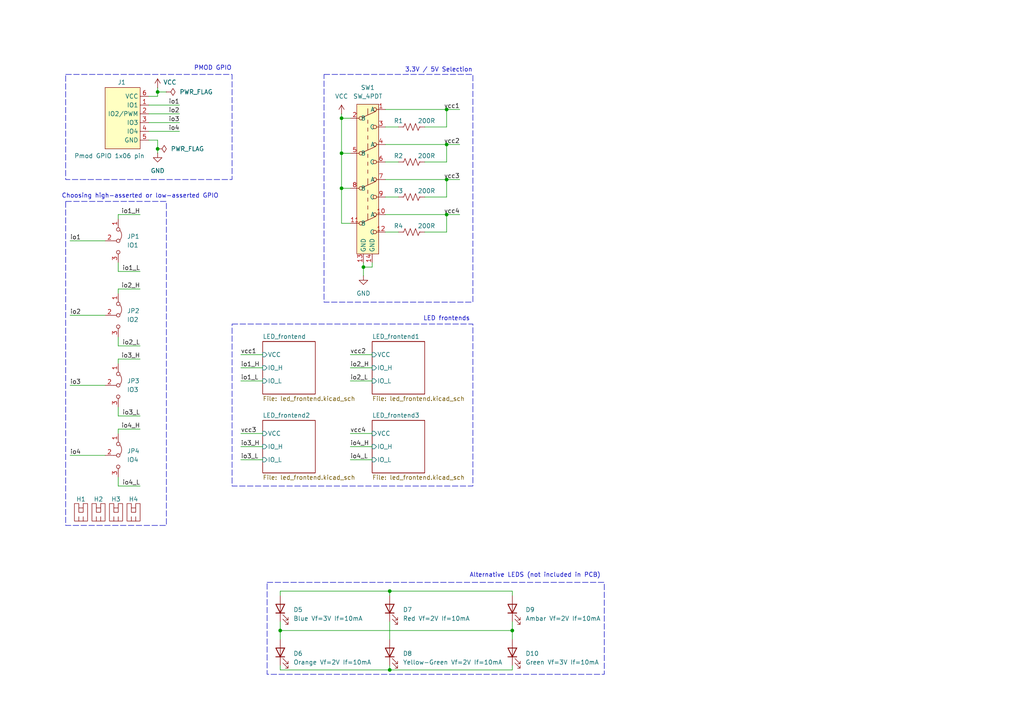
<source format=kicad_sch>
(kicad_sch (version 20250114) (generator "eeschema") (generator_version "9.0")
  (paper "A4")
  (lib_symbols
    (symbol "Device:R_US" (pin_numbers (hide yes)) (pin_names (offset 0))
      (property "Reference" "R" (at 2.54 0 90))
      (property "Value" "R_US" (at -2.54 0 90))
      (symbol "R_US_0_1"
        (polyline (pts (xy 0 2.286) (xy 0 2.54)))
        (polyline (pts (xy 0 2.286) (xy 1.016 1.905) (xy 0 1.524) (xy -1.016 1.143) (xy 0 0.762)))
        (polyline (pts (xy 0 0.762) (xy 1.016 0.381) (xy 0 0) (xy -1.016 -0.381) (xy 0 -0.762)))
        (polyline (pts (xy 0 -0.762) (xy 1.016 -1.143) (xy 0 -1.524) (xy -1.016 -1.905) (xy 0 -2.286)))
        (polyline (pts (xy 0 -2.286) (xy 0 -2.54)))
      )
      (symbol "R_US_1_1"
        (pin passive line (at 0 3.81 270) (length 1.27) (name "~") (number "1"))
        (pin passive line (at 0 -3.81 90) (length 1.27) (name "~") (number "2"))
      )
    )
    (symbol "cotti_connectors:Jumper_3_Bridged12" (pin_names (offset 0) (hide yes)) (in_bom no)
      (property "Reference" "JP" (at 0 5.08 0))
      (property "Value" "Jumper_3_Bridged12" (at 0 2.794 0))
      (symbol "Jumper_3_Bridged12_0_0"
        (circle (center -3.302 0) (radius 0.508))
        (circle (center 0 0) (radius 0.508))
        (circle (center 3.302 0) (radius 0.508))
      )
      (symbol "Jumper_3_Bridged12_0_1"
        (arc (start -3.048 0.508) (mid -1.651 0.9912) (end -0.254 0.508))
        (polyline (pts (xy 0 -1.27) (xy 0 -0.508)))
      )
      (symbol "Jumper_3_Bridged12_1_1"
        (pin passive line (at -6.35 0 0) (length 2.54) (name "A") (number "1"))
        (pin passive line (at 0 -3.81 90) (length 2.54) (name "C") (number "2"))
        (pin passive line (at 6.35 0 180) (length 2.54) (name "B") (number "3"))
      )
    )
    (symbol "cotti_connectors:Jumper_shunt_open_top" (on_board no)
      (property "Reference" "H" (at 0.508 3.81 0))
      (symbol "Jumper_shunt_open_top_0_1"
        (polyline (pts (xy -1.27 2.54) (xy -1.27 -2.54) (xy 2.54 -2.54) (xy 2.54 2.54) (xy 1.27 2.54) (xy 1.27 0) (xy 0 0) (xy 0 2.54) (xy -1.27 2.54)))
        (polyline (pts (xy 0 1.27) (xy 1.27 1.27)))
        (polyline (pts (xy 0 -2.54) (xy 0 -1.27)))
        (polyline (pts (xy 1.27 -2.54) (xy 1.27 -1.27)))
      )
    )
    (symbol "cotti_leds:LED_Ambar_SMD" (pin_numbers (hide yes)) (pin_names (offset 1.016) (hide yes))
      (property "Reference" "D" (at 0 2.54 0))
      (property "Value" "Ambar Vf=2V If=10mA" (at 0.508 5.08 0))
      (symbol "LED_Ambar_SMD_0_1"
        (polyline (pts (xy -3.048 -0.762) (xy -4.572 -2.286) (xy -3.81 -2.286) (xy -4.572 -2.286) (xy -4.572 -1.524)))
        (polyline (pts (xy -1.778 -0.762) (xy -3.302 -2.286) (xy -2.54 -2.286) (xy -3.302 -2.286) (xy -3.302 -1.524)))
        (polyline (pts (xy -1.27 0) (xy 1.27 0)))
        (polyline (pts (xy -1.27 -1.27) (xy -1.27 1.27)) (stroke (width 0.254)))
        (polyline (pts (xy 1.27 -1.27) (xy 1.27 1.27) (xy -1.27 0) (xy 1.27 -1.27)) (stroke (width 0.254)))
      )
      (symbol "LED_Ambar_SMD_1_1"
        (pin passive line (at -3.81 0 0) (length 2.54) (name "K") (number "1"))
        (pin passive line (at 3.81 0 180) (length 2.54) (name "A") (number "2"))
      )
    )
    (symbol "cotti_leds:LED_Blue_SMD" (pin_numbers (hide yes)) (pin_names (offset 1.016) (hide yes))
      (property "Reference" "D" (at 0 2.54 0))
      (property "Value" "Blue Vf=3V If=10mA" (at 0.508 5.08 0))
      (symbol "LED_Blue_SMD_0_1"
        (polyline (pts (xy -3.048 -0.762) (xy -4.572 -2.286) (xy -3.81 -2.286) (xy -4.572 -2.286) (xy -4.572 -1.524)))
        (polyline (pts (xy -1.778 -0.762) (xy -3.302 -2.286) (xy -2.54 -2.286) (xy -3.302 -2.286) (xy -3.302 -1.524)))
        (polyline (pts (xy -1.27 0) (xy 1.27 0)))
        (polyline (pts (xy -1.27 -1.27) (xy -1.27 1.27)) (stroke (width 0.254)))
        (polyline (pts (xy 1.27 -1.27) (xy 1.27 1.27) (xy -1.27 0) (xy 1.27 -1.27)) (stroke (width 0.254)))
      )
      (symbol "LED_Blue_SMD_1_1"
        (pin passive line (at -3.81 0 0) (length 2.54) (name "K") (number "1"))
        (pin passive line (at 3.81 0 180) (length 2.54) (name "A") (number "2"))
      )
    )
    (symbol "cotti_leds:LED_Green_SMD" (pin_numbers (hide yes)) (pin_names (offset 1.016) (hide yes))
      (property "Reference" "D" (at 0 2.54 0))
      (property "Value" "Green Vf=3V If=10mA" (at 0.508 5.08 0))
      (symbol "LED_Green_SMD_0_1"
        (polyline (pts (xy -3.048 -0.762) (xy -4.572 -2.286) (xy -3.81 -2.286) (xy -4.572 -2.286) (xy -4.572 -1.524)))
        (polyline (pts (xy -1.778 -0.762) (xy -3.302 -2.286) (xy -2.54 -2.286) (xy -3.302 -2.286) (xy -3.302 -1.524)))
        (polyline (pts (xy -1.27 0) (xy 1.27 0)))
        (polyline (pts (xy -1.27 -1.27) (xy -1.27 1.27)) (stroke (width 0.254)))
        (polyline (pts (xy 1.27 -1.27) (xy 1.27 1.27) (xy -1.27 0) (xy 1.27 -1.27)) (stroke (width 0.254)))
      )
      (symbol "LED_Green_SMD_1_1"
        (pin passive line (at -3.81 0 0) (length 2.54) (name "K") (number "1"))
        (pin passive line (at 3.81 0 180) (length 2.54) (name "A") (number "2"))
      )
    )
    (symbol "cotti_leds:LED_Orange_SMD" (pin_numbers (hide yes)) (pin_names (offset 1.016) (hide yes))
      (property "Reference" "D" (at 0 2.54 0))
      (property "Value" "Orange Vf=2V If=10mA" (at 0.508 5.08 0))
      (symbol "LED_Orange_SMD_0_1"
        (polyline (pts (xy -3.048 -0.762) (xy -4.572 -2.286) (xy -3.81 -2.286) (xy -4.572 -2.286) (xy -4.572 -1.524)))
        (polyline (pts (xy -1.778 -0.762) (xy -3.302 -2.286) (xy -2.54 -2.286) (xy -3.302 -2.286) (xy -3.302 -1.524)))
        (polyline (pts (xy -1.27 0) (xy 1.27 0)))
        (polyline (pts (xy -1.27 -1.27) (xy -1.27 1.27)) (stroke (width 0.254)))
        (polyline (pts (xy 1.27 -1.27) (xy 1.27 1.27) (xy -1.27 0) (xy 1.27 -1.27)) (stroke (width 0.254)))
      )
      (symbol "LED_Orange_SMD_1_1"
        (pin passive line (at -3.81 0 0) (length 2.54) (name "K") (number "1"))
        (pin passive line (at 3.81 0 180) (length 2.54) (name "A") (number "2"))
      )
    )
    (symbol "cotti_leds:LED_Red_SMD" (pin_numbers (hide yes)) (pin_names (offset 1.016) (hide yes))
      (property "Reference" "D" (at 0 2.54 0))
      (property "Value" "Red Vf=2V If=10mA" (at 0.508 5.08 0))
      (symbol "LED_Red_SMD_0_1"
        (polyline (pts (xy -3.048 -0.762) (xy -4.572 -2.286) (xy -3.81 -2.286) (xy -4.572 -2.286) (xy -4.572 -1.524)))
        (polyline (pts (xy -1.778 -0.762) (xy -3.302 -2.286) (xy -2.54 -2.286) (xy -3.302 -2.286) (xy -3.302 -1.524)))
        (polyline (pts (xy -1.27 0) (xy 1.27 0)))
        (polyline (pts (xy -1.27 -1.27) (xy -1.27 1.27)) (stroke (width 0.254)))
        (polyline (pts (xy 1.27 -1.27) (xy 1.27 1.27) (xy -1.27 0) (xy 1.27 -1.27)) (stroke (width 0.254)))
      )
      (symbol "LED_Red_SMD_1_1"
        (pin passive line (at -3.81 0 0) (length 2.54) (name "K") (number "1"))
        (pin passive line (at 3.81 0 180) (length 2.54) (name "A") (number "2"))
      )
    )
    (symbol "cotti_leds:LED_Yellow_Green_SMD" (pin_numbers (hide yes)) (pin_names (offset 1.016) (hide yes))
      (property "Reference" "D" (at 0 2.54 0))
      (property "Value" "Yellow-Green Vf=2V If=10mA" (at 0.508 5.08 0))
      (symbol "LED_Yellow_Green_SMD_0_1"
        (polyline (pts (xy -3.048 -0.762) (xy -4.572 -2.286) (xy -3.81 -2.286) (xy -4.572 -2.286) (xy -4.572 -1.524)))
        (polyline (pts (xy -1.778 -0.762) (xy -3.302 -2.286) (xy -2.54 -2.286) (xy -3.302 -2.286) (xy -3.302 -1.524)))
        (polyline (pts (xy -1.27 0) (xy 1.27 0)))
        (polyline (pts (xy -1.27 -1.27) (xy -1.27 1.27)) (stroke (width 0.254)))
        (polyline (pts (xy 1.27 -1.27) (xy 1.27 1.27) (xy -1.27 0) (xy 1.27 -1.27)) (stroke (width 0.254)))
      )
      (symbol "LED_Yellow_Green_SMD_1_1"
        (pin passive line (at -3.81 0 0) (length 2.54) (name "K") (number "1"))
        (pin passive line (at 3.81 0 180) (length 2.54) (name "A") (number "2"))
      )
    )
    (symbol "cotti_pmod:pmod_gpio_1x06_pin"
      (property "Reference" "J" (at 1.016 1.27 0))
      (property "Value" "Pmod GPIO 1x06 pin" (at 5.842 -19.558 0))
      (symbol "pmod_gpio_1x06_pin_1_1"
        (rectangle (start 0 0) (end 10.16 -17.78) (fill (type background)))
        (pin power_in line (at -2.54 -2.54 0) (length 2.54) (name "VCC") (number "6"))
        (pin bidirectional line (at -2.54 -5.08 0) (length 2.54) (name "IO1") (number "1"))
        (pin bidirectional line (at -2.54 -7.62 0) (length 2.54) (name "IO2/PWM") (number "2"))
        (pin bidirectional line (at -2.54 -10.16 0) (length 2.54) (name "IO3") (number "3"))
        (pin bidirectional line (at -2.54 -12.7 0) (length 2.54) (name "IO4") (number "4"))
        (pin power_in line (at -2.54 -15.24 0) (length 2.54) (name "GND") (number "5"))
      )
    )
    (symbol "cotti_switch:SW_4PDT"
      (property "Reference" "SW" (at -0.508 2.032 0))
      (property "Value" "SW_4PDT" (at 0 0 0))
      (symbol "SW_4PDT_0_0"
        (circle (center -2.032 -5.08) (radius 0.508))
        (circle (center -2.032 -15.24) (radius 0.508))
        (circle (center -2.032 -25.4) (radius 0.508))
        (circle (center -2.032 -35.56) (radius 0.508))
        (circle (center 2.032 -7.62) (radius 0.508))
        (circle (center 2.032 -17.78) (radius 0.508))
        (circle (center 2.032 -22.86) (radius 0.508))
        (circle (center 2.032 -27.94) (radius 0.508))
        (circle (center 2.032 -33.02) (radius 0.508))
        (circle (center 2.032 -38.1) (radius 0.508))
      )
      (symbol "SW_4PDT_0_1"
        (polyline (pts (xy -1.524 -4.826) (xy 2.3368 -3.0988)))
        (polyline (pts (xy -1.524 -14.986) (xy 2.3368 -13.2588)))
        (polyline (pts (xy -1.524 -25.146) (xy 2.3368 -23.4188)))
        (polyline (pts (xy -1.524 -35.306) (xy 2.3368 -33.5788)))
        (polyline (pts (xy 0 -2.286) (xy 0 -4.064)))
        (polyline (pts (xy 0 -6.604) (xy 0 -5.588)))
        (polyline (pts (xy 0 -8.89) (xy 0 -7.874)))
        (polyline (pts (xy 0 -11.176) (xy 0 -10.16)))
        (polyline (pts (xy 0 -12.446) (xy 0 -14.224)))
        (polyline (pts (xy 0 -16.51) (xy 0 -15.494)))
        (polyline (pts (xy 0 -18.796) (xy 0 -17.78)))
        (polyline (pts (xy 0 -21.082) (xy 0 -20.066)))
        (polyline (pts (xy 0 -22.606) (xy 0 -24.384)))
        (polyline (pts (xy 0 -26.924) (xy 0 -25.908)))
        (polyline (pts (xy 0 -29.21) (xy 0 -28.194)))
        (polyline (pts (xy 0 -31.496) (xy 0 -30.48)))
        (polyline (pts (xy 0 -32.766) (xy 0 -34.544)))
        (circle (center 2.032 -2.54) (radius 0.508))
        (circle (center 2.032 -12.7) (radius 0.508))
      )
      (symbol "SW_4PDT_1_1"
        (rectangle (start -3.175 -1.016) (end 3.175 -44.45) (fill (type background)))
        (pin passive line (at -5.08 -5.08 0) (length 2.54) (name "B") (number "2"))
        (pin passive line (at -5.08 -15.24 0) (length 2.54) (name "B") (number "5"))
        (pin passive line (at -5.08 -25.4 0) (length 2.54) (name "B") (number "8"))
        (pin passive line (at -5.08 -35.56 0) (length 2.54) (name "B") (number "11"))
        (pin power_in line (at -1.27 -46.99 90) (length 2.54) (name "GND") (number "13"))
        (pin power_in line (at 1.27 -46.99 90) (length 2.54) (name "GND") (number "14"))
        (pin passive line (at 5.08 -2.54 180) (length 2.54) (name "A") (number "1"))
        (pin passive line (at 5.08 -7.62 180) (length 2.54) (name "C") (number "3"))
        (pin passive line (at 5.08 -12.7 180) (length 2.54) (name "A") (number "4"))
        (pin passive line (at 5.08 -17.78 180) (length 2.54) (name "C") (number "6"))
        (pin passive line (at 5.08 -22.86 180) (length 2.54) (name "A") (number "7"))
        (pin passive line (at 5.08 -27.94 180) (length 2.54) (name "C") (number "9"))
        (pin passive line (at 5.08 -33.02 180) (length 2.54) (name "A") (number "10"))
        (pin passive line (at 5.08 -38.1 180) (length 2.54) (name "C") (number "12"))
      )
    )
    (symbol "power:GND" (power) (pin_numbers (hide yes)) (pin_names (offset 0) (hide yes))
      (property "Value" "GND" (at 0 -3.81 0))
      (symbol "GND_0_1"
        (polyline (pts (xy 0 0) (xy 0 -1.27) (xy 1.27 -1.27) (xy 0 -2.54) (xy -1.27 -1.27) (xy 0 -1.27)))
      )
      (symbol "GND_1_1"
        (pin power_in line (at 0 0 270) (length 0) (name "~") (number "1"))
      )
    )
    (symbol "power:PWR_FLAG" (power) (pin_numbers (hide yes)) (pin_names (offset 0) (hide yes))
      (property "Value" "PWR_FLAG" (at 0 3.81 0))
      (symbol "PWR_FLAG_0_0"
        (pin power_out line (at 0 0 90) (length 0) (name "~") (number "1"))
      )
      (symbol "PWR_FLAG_0_1"
        (polyline (pts (xy 0 0) (xy 0 1.27) (xy -1.016 1.905) (xy 0 2.54) (xy 1.016 1.905) (xy 0 1.27)))
      )
    )
    (symbol "power:VCC" (power) (pin_numbers (hide yes)) (pin_names (offset 0) (hide yes))
      (property "Value" "VCC" (at 0 3.556 0))
      (symbol "VCC_0_1"
        (polyline (pts (xy -0.762 1.27) (xy 0 2.54)))
        (polyline (pts (xy 0 2.54) (xy 0.762 1.27)))
        (polyline (pts (xy 0 0) (xy 0 2.54)))
      )
      (symbol "VCC_1_1"
        (pin power_in line (at 0 0 90) (length 0) (name "~") (number "1"))
      )
    )
  )
  (rectangle (start 67.31 93.98) (end 137.16 140.97) (stroke (width 0) (type dash)))
  (rectangle (start 19.05 58.42) (end 48.26 152.4) (stroke (width 0) (type dash)))
  (rectangle (start 19.05 21.59) (end 67.31 52.07) (stroke (width 0) (type dash)))
  (rectangle (start 93.98 21.59) (end 137.16 87.63) (stroke (width 0) (type dash)))
  (rectangle (start 77.47 168.91) (end 175.26 195.58) (stroke (width 0) (type dash)))
  (text "Alternative LEDS (not included in PCB)" (at 155.194 166.878 0) (effects (font (size 1.27 1.27))))
  (text "Choosing high-asserted or low-asserted GPIO" (at 40.64 56.896 0) (effects (font (size 1.27 1.27))))
  (text "LED frontends" (at 129.54 92.456 0) (effects (font (size 1.27 1.27))))
  (text "3.3V / 5V Selection" (at 127.254 20.32 0) (effects (font (size 1.27 1.27))))
  (text "PMOD GPIO" (at 61.722 19.812 0) (effects (font (size 1.27 1.27))))
  (junction (at 45.72 26.67))
  (junction (at 99.06 34.29))
  (junction (at 105.41 77.47))
  (junction (at 99.06 54.61))
  (junction (at 113.03 194.31))
  (junction (at 81.28 182.88))
  (junction (at 129.54 31.75))
  (junction (at 129.54 52.07))
  (junction (at 113.03 171.45))
  (junction (at 99.06 44.45))
  (junction (at 148.59 182.88))
  (junction (at 45.72 43.18))
  (junction (at 129.54 41.91))
  (junction (at 129.54 62.23))
  (wire (pts (xy 34.29 140.97) (xy 40.64 140.97)))
  (wire (pts (xy 123.19 57.15) (xy 129.54 57.15)))
  (wire (pts (xy 34.29 100.33) (xy 40.64 100.33)))
  (wire (pts (xy 34.29 105.41) (xy 34.29 104.14)))
  (wire (pts (xy 34.29 118.11) (xy 34.29 120.65)))
  (wire (pts (xy 105.41 76.2) (xy 105.41 77.47)))
  (wire (pts (xy 20.32 91.44) (xy 30.48 91.44)))
  (wire (pts (xy 34.29 97.79) (xy 34.29 100.33)))
  (wire (pts (xy 129.54 62.23) (xy 133.35 62.23)))
  (wire (pts (xy 34.29 62.23) (xy 40.64 62.23)))
  (wire (pts (xy 81.28 172.72) (xy 81.28 171.45)))
  (wire (pts (xy 101.6 133.35) (xy 107.95 133.35)))
  (wire (pts (xy 34.29 83.82) (xy 40.64 83.82)))
  (wire (pts (xy 20.32 132.08) (xy 30.48 132.08)))
  (wire (pts (xy 81.28 182.88) (xy 148.59 182.88)))
  (wire (pts (xy 101.6 129.54) (xy 107.95 129.54)))
  (wire (pts (xy 34.29 76.2) (xy 34.29 78.74)))
  (wire (pts (xy 111.76 36.83) (xy 115.57 36.83)))
  (wire (pts (xy 123.19 46.99) (xy 129.54 46.99)))
  (wire (pts (xy 34.29 63.5) (xy 34.29 62.23)))
  (wire (pts (xy 129.54 67.31) (xy 129.54 62.23)))
  (wire (pts (xy 99.06 44.45) (xy 101.6 44.45)))
  (wire (pts (xy 43.18 38.1) (xy 52.07 38.1)))
  (wire (pts (xy 111.76 57.15) (xy 115.57 57.15)))
  (wire (pts (xy 113.03 171.45) (xy 148.59 171.45)))
  (wire (pts (xy 69.85 106.68) (xy 76.2 106.68)))
  (wire (pts (xy 81.28 193.04) (xy 81.28 194.31)))
  (wire (pts (xy 111.76 62.23) (xy 129.54 62.23)))
  (wire (pts (xy 99.06 44.45) (xy 99.06 34.29)))
  (wire (pts (xy 111.76 31.75) (xy 129.54 31.75)))
  (wire (pts (xy 101.6 102.87) (xy 107.95 102.87)))
  (wire (pts (xy 148.59 180.34) (xy 148.59 182.88)))
  (wire (pts (xy 111.76 46.99) (xy 115.57 46.99)))
  (wire (pts (xy 69.85 129.54) (xy 76.2 129.54)))
  (wire (pts (xy 43.18 27.94) (xy 45.72 27.94)))
  (wire (pts (xy 129.54 46.99) (xy 129.54 41.91)))
  (wire (pts (xy 34.29 124.46) (xy 40.64 124.46)))
  (wire (pts (xy 99.06 54.61) (xy 99.06 64.77)))
  (wire (pts (xy 148.59 171.45) (xy 148.59 172.72)))
  (wire (pts (xy 45.72 40.64) (xy 45.72 43.18)))
  (wire (pts (xy 113.03 171.45) (xy 113.03 172.72)))
  (wire (pts (xy 45.72 43.18) (xy 45.72 44.45)))
  (wire (pts (xy 99.06 33.02) (xy 99.06 34.29)))
  (wire (pts (xy 34.29 78.74) (xy 40.64 78.74)))
  (wire (pts (xy 45.72 25.4) (xy 45.72 26.67)))
  (wire (pts (xy 69.85 102.87) (xy 76.2 102.87)))
  (wire (pts (xy 111.76 67.31) (xy 115.57 67.31)))
  (wire (pts (xy 34.29 125.73) (xy 34.29 124.46)))
  (wire (pts (xy 123.19 67.31) (xy 129.54 67.31)))
  (wire (pts (xy 148.59 182.88) (xy 148.59 185.42)))
  (wire (pts (xy 105.41 77.47) (xy 107.95 77.47)))
  (wire (pts (xy 129.54 52.07) (xy 133.35 52.07)))
  (wire (pts (xy 129.54 31.75) (xy 133.35 31.75)))
  (wire (pts (xy 148.59 193.04) (xy 148.59 194.31)))
  (wire (pts (xy 111.76 41.91) (xy 129.54 41.91)))
  (wire (pts (xy 113.03 194.31) (xy 81.28 194.31)))
  (wire (pts (xy 43.18 30.48) (xy 52.07 30.48)))
  (wire (pts (xy 34.29 85.09) (xy 34.29 83.82)))
  (wire (pts (xy 43.18 35.56) (xy 52.07 35.56)))
  (wire (pts (xy 99.06 64.77) (xy 101.6 64.77)))
  (wire (pts (xy 129.54 41.91) (xy 133.35 41.91)))
  (wire (pts (xy 113.03 180.34) (xy 113.03 185.42)))
  (wire (pts (xy 111.76 52.07) (xy 129.54 52.07)))
  (wire (pts (xy 69.85 133.35) (xy 76.2 133.35)))
  (wire (pts (xy 45.72 26.67) (xy 48.26 26.67)))
  (wire (pts (xy 81.28 180.34) (xy 81.28 182.88)))
  (wire (pts (xy 43.18 33.02) (xy 52.07 33.02)))
  (wire (pts (xy 113.03 194.31) (xy 148.59 194.31)))
  (wire (pts (xy 101.6 110.49) (xy 107.95 110.49)))
  (wire (pts (xy 99.06 34.29) (xy 101.6 34.29)))
  (wire (pts (xy 101.6 54.61) (xy 99.06 54.61)))
  (wire (pts (xy 34.29 120.65) (xy 40.64 120.65)))
  (wire (pts (xy 129.54 57.15) (xy 129.54 52.07)))
  (wire (pts (xy 101.6 125.73) (xy 107.95 125.73)))
  (wire (pts (xy 69.85 110.49) (xy 76.2 110.49)))
  (wire (pts (xy 129.54 36.83) (xy 129.54 31.75)))
  (wire (pts (xy 43.18 40.64) (xy 45.72 40.64)))
  (wire (pts (xy 45.72 26.67) (xy 45.72 27.94)))
  (wire (pts (xy 81.28 182.88) (xy 81.28 185.42)))
  (wire (pts (xy 69.85 125.73) (xy 76.2 125.73)))
  (wire (pts (xy 99.06 44.45) (xy 99.06 54.61)))
  (wire (pts (xy 20.32 111.76) (xy 30.48 111.76)))
  (wire (pts (xy 34.29 138.43) (xy 34.29 140.97)))
  (wire (pts (xy 107.95 76.2) (xy 107.95 77.47)))
  (wire (pts (xy 20.32 69.85) (xy 30.48 69.85)))
  (wire (pts (xy 101.6 106.68) (xy 107.95 106.68)))
  (wire (pts (xy 123.19 36.83) (xy 129.54 36.83)))
  (wire (pts (xy 34.29 104.14) (xy 40.64 104.14)))
  (wire (pts (xy 81.28 171.45) (xy 113.03 171.45)))
  (wire (pts (xy 105.41 80.01) (xy 105.41 77.47)))
  (wire (pts (xy 113.03 193.04) (xy 113.03 194.31)))
  (label "io2_H" (at 40.64 83.82 180))
  (label "io1_H" (at 40.64 62.23 180))
  (label "vcc4" (at 101.6 125.73 0))
  (label "io3_H" (at 69.85 129.54 0))
  (label "io1" (at 52.07 30.48 180))
  (label "io4" (at 20.32 132.08 0))
  (label "io1_L" (at 69.85 110.49 0))
  (label "io2_L" (at 101.6 110.49 0))
  (label "io4_L" (at 101.6 133.35 0))
  (label "io4" (at 52.07 38.1 180))
  (label "io2" (at 20.32 91.44 0))
  (label "vcc3" (at 69.85 125.73 0))
  (label "vcc4" (at 133.35 62.23 180))
  (label "io4_L" (at 40.64 140.97 180))
  (label "io2" (at 52.07 33.02 180))
  (label "io1_H" (at 69.85 106.68 0))
  (label "io4_H" (at 40.64 124.46 180))
  (label "io3_H" (at 40.64 104.14 180))
  (label "io4_H" (at 101.6 129.54 0))
  (label "io2_H" (at 101.6 106.68 0))
  (label "vcc1" (at 133.35 31.75 180))
  (label "vcc1" (at 69.85 102.87 0))
  (label "io2_L" (at 40.64 100.33 180))
  (label "io1" (at 20.32 69.85 0))
  (label "io1_L" (at 40.64 78.74 180))
  (label "io3_L" (at 40.64 120.65 180))
  (label "vcc2" (at 101.6 102.87 0))
  (label "vcc2" (at 133.35 41.91 180))
  (label "io3" (at 52.07 35.56 180))
  (label "io3" (at 20.32 111.76 0))
  (label "vcc3" (at 133.35 52.07 180))
  (label "io3_L" (at 69.85 133.35 0))
  (symbol (lib_id "cotti_leds:LED_Green_SMD") (at 148.59 189.23 90) (unit 1) (on_board no)
    (property "Reference" "D10" (at 152.4 189.5474 90) (effects (justify right)))
    (property "Value" "Green Vf=3V If=10mA" (at 152.4 192.0874 90) (effects (justify right)))
    (property "Footprint" "LED_SMD:LED_0603_1608Metric_Pad1.05x0.95mm_HandSolder" (effects (hide yes)))
    (property "Datasheet" "https://mm.digikey.com/Volume0/opasdata/d220001/medias/docus/3777/B1911PG--20D000514U1930.pdf" (effects (hide yes)))
    (property "Description" "Green 562nm LED Indication - Discrete 2V 0603 (1608 Metric)" (effects (hide yes)))
    (property "Digikey" "https://www.digikey.com/en/products/detail/harvatek-corporation/B1911PG-20D000514U1930/15519992" (effects (hide yes)))
    (property "Mfr." "Harvatek Corporation" (effects (hide yes)))
    (property "Mfr. P/N" "B1911PG--20D000514U1930" (effects (hide yes)))
  )
  (symbol (lib_id "power:GND") (at 45.72 44.45 0) (unit 1)
    (property "Reference" "#PWR02" (effects (hide yes)))
    (property "Value" "GND" (at 45.72 49.53 0))
    (property "Description" "Power symbol creates a global label with name \"GND\" , ground" (effects (hide yes)))
  )
  (symbol (lib_id "power:PWR_FLAG") (at 48.26 26.67 270) (unit 1)
    (property "Reference" "#FLG02" (effects (hide yes)))
    (property "Value" "PWR_FLAG" (at 52.07 26.6699 90) (effects (justify left)))
    (property "Description" "Special symbol for telling ERC where power comes from" (effects (hide yes)))
  )
  (symbol (lib_id "power:VCC") (at 99.06 33.02 0) (unit 1)
    (property "Reference" "#PWR03" (effects (hide yes)))
    (property "Value" "VCC" (at 99.06 27.94 0))
    (property "Description" "Power symbol creates a global label with name \"VCC\"" (effects (hide yes)))
  )
  (symbol (lib_id "cotti_connectors:Jumper_shunt_open_top") (at 33.02 148.59 0) (unit 1) (on_board no)
    (property "Reference" "H3" (at 32.258 144.78 0) (effects (justify left)))
    (property "Value" "Jmp shunt" (effects (hide yes)))
    (property "Footprint" "cotti_footprints:Empty_footprint" (effects (hide yes)))
    (property "Datasheet" "https://s3.amazonaws.com/catalogspreads-pdf/PAGE128-129%20.100%20JUMPER.pdf" (effects (hide yes)))
    (property "Description" "2 (1 x 2) Position Shunt Connector Black Open Top 0.100\" (2.54mm) Gold" (effects (hide yes)))
    (property "Digikey" "https://www.digikey.com/en/products/detail/sullins-connector-solutions/QPC02SXGN-RC/2618262" (effects (hide yes)))
    (property "Mfr." "Sullins Connector Solutions" (effects (hide yes)))
    (property "Mfr. P/N" "QPC02SXGN-RC" (effects (hide yes)))
  )
  (symbol (lib_id "cotti_connectors:Jumper_shunt_open_top") (at 22.86 148.59 0) (unit 1) (on_board no)
    (property "Reference" "H1" (at 22.098 144.78 0) (effects (justify left)))
    (property "Value" "Jmp shunt" (effects (hide yes)))
    (property "Footprint" "cotti_footprints:Empty_footprint" (effects (hide yes)))
    (property "Datasheet" "https://s3.amazonaws.com/catalogspreads-pdf/PAGE128-129%20.100%20JUMPER.pdf" (effects (hide yes)))
    (property "Description" "2 (1 x 2) Position Shunt Connector Black Open Top 0.100\" (2.54mm) Gold" (effects (hide yes)))
    (property "Digikey" "https://www.digikey.com/en/products/detail/sullins-connector-solutions/QPC02SXGN-RC/2618262" (effects (hide yes)))
    (property "Mfr." "Sullins Connector Solutions" (effects (hide yes)))
    (property "Mfr. P/N" "QPC02SXGN-RC" (effects (hide yes)))
  )
  (symbol (lib_id "cotti_leds:LED_Yellow_Green_SMD") (at 113.03 189.23 90) (unit 1) (on_board no)
    (property "Reference" "D8" (at 116.84 189.5474 90) (effects (justify right)))
    (property "Value" "Yellow-Green Vf=2V If=10mA" (at 116.84 192.0874 90) (effects (justify right)))
    (property "Footprint" "LED_SMD:LED_0603_1608Metric_Pad1.05x0.95mm_HandSolder" (effects (hide yes)))
    (property "Datasheet" "https://mm.digikey.com/Volume0/opasdata/d220001/medias/docus/3563/B1911UYG-20D000114U1930.pdf" (effects (hide yes)))
    (property "Description" "Yellow-Green 571nm LED Indication - Discrete 2.1V 0603 (1608 Metric)" (effects (hide yes)))
    (property "Digikey" "https://www.digikey.com/en/products/detail/harvatek-corporation/B1911UYG-20D000114U1930/15519990" (effects (hide yes)))
    (property "Mfr." "Harvatek Corporation" (effects (hide yes)))
    (property "Mfr. P/N" "B1911UYG-20D000114U1930" (effects (hide yes)))
  )
  (symbol (lib_id "cotti_switch:SW_4PDT") (at 106.68 29.21 0) (unit 1)
    (property "Reference" "SW1" (at 106.68 25.4 0))
    (property "Value" "SW_4PDT" (at 106.68 27.94 0))
    (property "Footprint" "cotti_footprints:SW_4PDT" (effects (hide yes)))
    (property "Datasheet" "https://www.citrelay.com/wp-content/uploads/2025/05/Switch-MS4208.pdf" (effects (hide yes)))
    (property "Description" "Slide Switch 4PDT Through Hole, Right Angle" (effects (hide yes)))
    (property "Digikey" "https://www.digikey.com/en/products/detail/cit-relay-and-switch/MS4208L4/21619475" (effects (hide yes)))
    (property "Mfr." "CIT Relay and Switch" (effects (hide yes)))
    (property "Mfr. P/N" "MS4208L4" (effects (hide yes)))
  )
  (symbol (lib_id "cotti_pmod:pmod_gpio_1x06_pin") (at 40.64 25.4 0) (mirror y) (unit 1)
    (property "Reference" "J1" (at 35.306 23.876 0))
    (property "Value" "Pmod GPIO 1x06 pin" (at 31.75 45.212 0))
    (property "Footprint" "cotti_footprints:Pmod_1x06_pin" (effects (hide yes)))
    (property "Datasheet" "https://app.adam-tech.com/products/download/data_sheet/201281/ph1rb-xx-ua-data-sheet.pdf" (effects (hide yes)))
    (property "Description" "Connector Header Through Hole, Right Angle 6 position 0.100\" (2.54mm)" (effects (hide yes)))
    (property "Digikey" "https://www.digikey.com/en/products/detail/adam-tech/PH1RB-06-UA/9830592" (effects (hide yes)))
    (property "Mfr." "Adam Tech" (effects (hide yes)))
    (property "Mfr. P/N" "PH1RB-06-UA" (effects (hide yes)))
  )
  (symbol (lib_id "cotti_connectors:Jumper_shunt_open_top") (at 38.1 148.59 0) (unit 1) (on_board no)
    (property "Reference" "H4" (at 37.338 144.78 0) (effects (justify left)))
    (property "Value" "Jmp shunt" (effects (hide yes)))
    (property "Footprint" "cotti_footprints:Empty_footprint" (effects (hide yes)))
    (property "Datasheet" "https://s3.amazonaws.com/catalogspreads-pdf/PAGE128-129%20.100%20JUMPER.pdf" (effects (hide yes)))
    (property "Description" "2 (1 x 2) Position Shunt Connector Black Open Top 0.100\" (2.54mm) Gold" (effects (hide yes)))
    (property "Digikey" "https://www.digikey.com/en/products/detail/sullins-connector-solutions/QPC02SXGN-RC/2618262" (effects (hide yes)))
    (property "Mfr." "Sullins Connector Solutions" (effects (hide yes)))
    (property "Mfr. P/N" "QPC02SXGN-RC" (effects (hide yes)))
  )
  (symbol (lib_id "cotti_connectors:Jumper_3_Bridged12") (at 34.29 91.44 270) (unit 1) (in_bom no)
    (property "Reference" "JP2" (at 36.83 90.1699 90) (effects (justify left)))
    (property "Value" "IO2" (at 36.83 92.7099 90) (effects (justify left)))
    (property "Footprint" "Connector_PinHeader_2.54mm:PinHeader_1x03_P2.54mm_Vertical" (effects (hide yes)))
    (property "Datasheet" "https://app.adam-tech.com/products/download/data_sheet/201605/ph1-xx-ua-data-sheet.pdf" (effects (hide yes)))
    (property "Description" "Jumper, 3-pole, pins 1+2 closed/bridged" (effects (hide yes)))
    (property "Digikey" "https://www.digikey.com/en/products/detail/adam-tech/PH1-03-UA/9830289" (effects (hide yes)))
    (property "Mfr." "Adam Tech" (effects (hide yes)))
    (property "Mfr. P/N" "PH1-03-UA" (effects (hide yes)))
  )
  (symbol (lib_id "power:GND") (at 105.41 80.01 0) (unit 1)
    (property "Reference" "#PWR04" (effects (hide yes)))
    (property "Value" "GND" (at 105.41 85.09 0))
    (property "Description" "Power symbol creates a global label with name \"GND\" , ground" (effects (hide yes)))
  )
  (symbol (lib_id "cotti_connectors:Jumper_3_Bridged12") (at 34.29 132.08 270) (unit 1) (in_bom no)
    (property "Reference" "JP4" (at 36.83 130.8099 90) (effects (justify left)))
    (property "Value" "IO4" (at 36.83 133.3499 90) (effects (justify left)))
    (property "Footprint" "Connector_PinHeader_2.54mm:PinHeader_1x03_P2.54mm_Vertical" (effects (hide yes)))
    (property "Datasheet" "https://app.adam-tech.com/products/download/data_sheet/201605/ph1-xx-ua-data-sheet.pdf" (effects (hide yes)))
    (property "Description" "Jumper, 3-pole, pins 1+2 closed/bridged" (effects (hide yes)))
    (property "Digikey" "https://www.digikey.com/en/products/detail/adam-tech/PH1-03-UA/9830289" (effects (hide yes)))
    (property "Mfr." "Adam Tech" (effects (hide yes)))
    (property "Mfr. P/N" "PH1-03-UA" (effects (hide yes)))
  )
  (symbol (lib_id "cotti_connectors:Jumper_shunt_open_top") (at 27.94 148.59 0) (unit 1) (on_board no)
    (property "Reference" "H2" (at 27.178 144.78 0) (effects (justify left)))
    (property "Value" "Jmp shunt" (effects (hide yes)))
    (property "Footprint" "cotti_footprints:Empty_footprint" (effects (hide yes)))
    (property "Datasheet" "https://s3.amazonaws.com/catalogspreads-pdf/PAGE128-129%20.100%20JUMPER.pdf" (effects (hide yes)))
    (property "Description" "2 (1 x 2) Position Shunt Connector Black Open Top 0.100\" (2.54mm) Gold" (effects (hide yes)))
    (property "Digikey" "https://www.digikey.com/en/products/detail/sullins-connector-solutions/QPC02SXGN-RC/2618262" (effects (hide yes)))
    (property "Mfr." "Sullins Connector Solutions" (effects (hide yes)))
    (property "Mfr. P/N" "QPC02SXGN-RC" (effects (hide yes)))
  )
  (symbol (lib_id "Device:R_US") (at 119.38 57.15 90) (unit 1)
    (property "Reference" "R3" (at 115.57 55.372 90))
    (property "Value" "200R" (at 123.698 55.372 90))
    (property "Footprint" "Resistor_SMD:R_0805_2012Metric_Pad1.20x1.40mm_HandSolder" (effects (hide yes)))
    (property "Datasheet" "https://www.seielect.com/catalog/SEI-RMCF_RMCP.pdf" (effects (hide yes)))
    (property "Description" "RES 200 OHM 5% 1/8W 0805" (effects (hide yes)))
    (property "Digikey" "https://www.digikey.com/en/products/detail/stackpole-electronics-inc/RMCF0805JT200R/1757898" (effects (hide yes)))
    (property "Mfr." "Stackpole Electronics Inc" (effects (hide yes)))
    (property "Mfr. P/N" "RMCF0805JT200R" (effects (hide yes)))
  )
  (symbol (lib_id "cotti_leds:LED_Blue_SMD") (at 81.28 176.53 90) (unit 1) (on_board no)
    (property "Reference" "D5" (at 85.09 176.8474 90) (effects (justify right)))
    (property "Value" "Blue Vf=3V If=10mA" (at 85.09 179.3874 90) (effects (justify right)))
    (property "Footprint" "LED_SMD:LED_0603_1608Metric_Pad1.05x0.95mm_HandSolder" (effects (hide yes)))
    (property "Datasheet" "https://mm.digikey.com/Volume0/opasdata/d220001/medias/docus/3663/B1911NB--20C005314U1930.pdf" (effects (hide yes)))
    (property "Description" "Blue 470nm LED Indication - Discrete 3.3V 0603 (1608 Metric)" (effects (hide yes)))
    (property "Digikey" "https://www.digikey.com/en/products/detail/harvatek-corporation/B1911NB-20C005314U1930/15520015" (effects (hide yes)))
    (property "Mfr." "Harvatek Corporation" (effects (hide yes)))
    (property "Mfr. P/N" "B1911NB--20C005314U1930" (effects (hide yes)))
  )
  (symbol (lib_id "cotti_leds:LED_Ambar_SMD") (at 148.59 176.53 90) (unit 1) (on_board no)
    (property "Reference" "D9" (at 152.4 176.8474 90) (effects (justify right)))
    (property "Value" "Ambar Vf=2V If=10mA" (at 152.4 179.3874 90) (effects (justify right)))
    (property "Footprint" "LED_SMD:LED_0603_1608Metric_Pad1.05x0.95mm_HandSolder" (effects (hide yes)))
    (property "Datasheet" "https://mm.digikey.com/Volume0/opasdata/d220001/medias/docus/3739/B1931UY--20D000114U1930.pdf" (effects (hide yes)))
    (property "Description" "Amber 589nm LED Indication - Discrete 2V 0603 (1608 Metric)" (effects (hide yes)))
    (property "Digikey" "https://www.digikey.com/en/products/detail/harvatek-corporation/B1931UY-20D000114U1930/15861261" (effects (hide yes)))
    (property "Mfr." "Harvatek Corporation" (effects (hide yes)))
    (property "Mfr. P/N" "B1931UY--20D000114U1930" (effects (hide yes)))
  )
  (symbol (lib_id "power:VCC") (at 45.72 25.4 0) (unit 1)
    (property "Reference" "#PWR01" (effects (hide yes)))
    (property "Value" "VCC" (at 49.276 23.876 0))
    (property "Description" "Power symbol creates a global label with name \"VCC\"" (effects (hide yes)))
  )
  (symbol (lib_id "Device:R_US") (at 119.38 46.99 90) (unit 1)
    (property "Reference" "R2" (at 115.57 45.212 90))
    (property "Value" "200R" (at 123.698 45.212 90))
    (property "Footprint" "Resistor_SMD:R_0805_2012Metric_Pad1.20x1.40mm_HandSolder" (effects (hide yes)))
    (property "Datasheet" "https://www.seielect.com/catalog/SEI-RMCF_RMCP.pdf" (effects (hide yes)))
    (property "Description" "RES 200 OHM 5% 1/8W 0805" (effects (hide yes)))
    (property "Digikey" "https://www.digikey.com/en/products/detail/stackpole-electronics-inc/RMCF0805JT200R/1757898" (effects (hide yes)))
    (property "Mfr." "Stackpole Electronics Inc" (effects (hide yes)))
    (property "Mfr. P/N" "RMCF0805JT200R" (effects (hide yes)))
  )
  (symbol (lib_id "cotti_leds:LED_Red_SMD") (at 113.03 176.53 90) (unit 1) (on_board no)
    (property "Reference" "D7" (at 116.84 176.8474 90) (effects (justify right)))
    (property "Value" "Red Vf=2V If=10mA" (at 116.84 179.3874 90) (effects (justify right)))
    (property "Footprint" "LED_SMD:LED_0603_1608Metric_Pad1.05x0.95mm_HandSolder" (effects (hide yes)))
    (property "Datasheet" "https://mm.digikey.com/Volume0/opasdata/d220001/medias/docus/3694/B1911USD-20D000114U1930.pdf" (effects (hide yes)))
    (property "Description" "Red 624nm LED Indication - Discrete 2V 0603 (1608 Metric)" (effects (hide yes)))
    (property "Digikey" "https://www.digikey.com/en/products/detail/harvatek-corporation/B1911USD-20D000114U1930/15519991" (effects (hide yes)))
    (property "Mfr." "Harvatek Corporation" (effects (hide yes)))
    (property "Mfr. P/N" "B1911USD-20D000114U1930" (effects (hide yes)))
  )
  (symbol (lib_id "power:PWR_FLAG") (at 45.72 43.18 270) (unit 1)
    (property "Reference" "#FLG01" (effects (hide yes)))
    (property "Value" "PWR_FLAG" (at 49.53 43.1799 90) (effects (justify left)))
    (property "Description" "Special symbol for telling ERC where power comes from" (effects (hide yes)))
  )
  (symbol (lib_id "Device:R_US") (at 119.38 67.31 90) (unit 1)
    (property "Reference" "R4" (at 115.57 65.532 90))
    (property "Value" "200R" (at 123.698 65.532 90))
    (property "Footprint" "Resistor_SMD:R_0805_2012Metric_Pad1.20x1.40mm_HandSolder" (effects (hide yes)))
    (property "Datasheet" "https://www.seielect.com/catalog/SEI-RMCF_RMCP.pdf" (effects (hide yes)))
    (property "Description" "RES 200 OHM 5% 1/8W 0805" (effects (hide yes)))
    (property "Digikey" "https://www.digikey.com/en/products/detail/stackpole-electronics-inc/RMCF0805JT200R/1757898" (effects (hide yes)))
    (property "Mfr." "Stackpole Electronics Inc" (effects (hide yes)))
    (property "Mfr. P/N" "RMCF0805JT200R" (effects (hide yes)))
  )
  (symbol (lib_id "Device:R_US") (at 119.38 36.83 90) (unit 1)
    (property "Reference" "R1" (at 115.57 35.052 90))
    (property "Value" "200R" (at 123.698 35.052 90))
    (property "Footprint" "Resistor_SMD:R_0805_2012Metric_Pad1.20x1.40mm_HandSolder" (effects (hide yes)))
    (property "Datasheet" "https://www.seielect.com/catalog/SEI-RMCF_RMCP.pdf" (effects (hide yes)))
    (property "Description" "RES 200 OHM 5% 1/8W 0805" (effects (hide yes)))
    (property "Digikey" "https://www.digikey.com/en/products/detail/stackpole-electronics-inc/RMCF0805JT200R/1757898" (effects (hide yes)))
    (property "Mfr." "Stackpole Electronics Inc" (effects (hide yes)))
    (property "Mfr. P/N" "RMCF0805JT200R" (effects (hide yes)))
  )
  (symbol (lib_id "cotti_connectors:Jumper_3_Bridged12") (at 34.29 111.76 270) (unit 1) (in_bom no)
    (property "Reference" "JP3" (at 36.83 110.4899 90) (effects (justify left)))
    (property "Value" "IO3" (at 36.83 113.0299 90) (effects (justify left)))
    (property "Footprint" "Connector_PinHeader_2.54mm:PinHeader_1x03_P2.54mm_Vertical" (effects (hide yes)))
    (property "Datasheet" "https://app.adam-tech.com/products/download/data_sheet/201605/ph1-xx-ua-data-sheet.pdf" (effects (hide yes)))
    (property "Description" "Jumper, 3-pole, pins 1+2 closed/bridged" (effects (hide yes)))
    (property "Digikey" "https://www.digikey.com/en/products/detail/adam-tech/PH1-03-UA/9830289" (effects (hide yes)))
    (property "Mfr." "Adam Tech" (effects (hide yes)))
    (property "Mfr. P/N" "PH1-03-UA" (effects (hide yes)))
  )
  (symbol (lib_id "cotti_connectors:Jumper_3_Bridged12") (at 34.29 69.85 270) (unit 1) (in_bom no)
    (property "Reference" "JP1" (at 36.83 68.5799 90) (effects (justify left)))
    (property "Value" "IO1" (at 36.83 71.1199 90) (effects (justify left)))
    (property "Footprint" "Connector_PinHeader_2.54mm:PinHeader_1x03_P2.54mm_Vertical" (effects (hide yes)))
    (property "Datasheet" "https://app.adam-tech.com/products/download/data_sheet/201605/ph1-xx-ua-data-sheet.pdf" (effects (hide yes)))
    (property "Description" "Jumper, 3-pole, pins 1+2 closed/bridged" (effects (hide yes)))
    (property "Digikey" "https://www.digikey.com/en/products/detail/adam-tech/PH1-03-UA/9830289" (effects (hide yes)))
    (property "Mfr." "Adam Tech" (effects (hide yes)))
    (property "Mfr. P/N" "PH1-03-UA" (effects (hide yes)))
  )
  (symbol (lib_id "cotti_leds:LED_Orange_SMD") (at 81.28 189.23 90) (unit 1) (on_board no)
    (property "Reference" "D6" (at 85.09 189.5474 90) (effects (justify right)))
    (property "Value" "Orange Vf=2V If=10mA" (at 85.09 192.0874 90) (effects (justify right)))
    (property "Footprint" "LED_SMD:LED_0603_1608Metric_Pad1.05x0.95mm_HandSolder" (effects (hide yes)))
    (property "Datasheet" "https://mm.digikey.com/Volume0/opasdata/d220001/medias/docus/3697/B1911UD--20D001014U1930.pdf" (effects (hide yes)))
    (property "Description" "Orange 605nm LED Indication - Discrete 2V 0603 (1608 Metric)" (effects (hide yes)))
    (property "Digikey" "https://www.digikey.com/en/products/detail/harvatek-corporation/B1911UD-20D001014U1930/15519993" (effects (hide yes)))
    (property "Mfr." "Harvatek Corporation" (effects (hide yes)))
    (property "Mfr. P/N" "B1911UD--20D001014U1930" (effects (hide yes)))
  )
  (sheet (at 76.2 121.92) (size 15.24 15.24) (stroke (width 0.1524))
    (property "Sheetname" "LED_frontend2" (at 76.2 121.2084 0) (effects (justify left bottom)))
    (property "Sheetfile" "led_frontend.kicad_sch" (at 76.2 137.7446 0) (effects (justify left top)))
    (pin "IO_H" input (at 76.2 129.54 180))
    (pin "IO_L" input (at 76.2 133.35 180))
    (pin "VCC" input (at 76.2 125.73 180))
  )
  (sheet (at 107.95 99.06) (size 15.24 15.24) (stroke (width 0.1524))
    (property "Sheetname" "LED_frontend1" (at 107.95 98.3484 0) (effects (justify left bottom)))
    (property "Sheetfile" "led_frontend.kicad_sch" (at 107.95 114.8846 0) (effects (justify left top)))
    (pin "IO_H" input (at 107.95 106.68 180))
    (pin "IO_L" input (at 107.95 110.49 180))
    (pin "VCC" input (at 107.95 102.87 180))
  )
  (sheet (at 76.2 99.06) (size 15.24 15.24) (stroke (width 0.1524))
    (property "Sheetname" "LED_frontend" (at 76.2 98.3484 0) (effects (justify left bottom)))
    (property "Sheetfile" "led_frontend.kicad_sch" (at 76.2 114.8846 0) (effects (justify left top)))
    (pin "IO_H" input (at 76.2 106.68 180))
    (pin "IO_L" input (at 76.2 110.49 180))
    (pin "VCC" input (at 76.2 102.87 180))
  )
  (sheet (at 107.95 121.92) (size 15.24 15.24) (stroke (width 0.1524))
    (property "Sheetname" "LED_frontend3" (at 107.95 121.2084 0) (effects (justify left bottom)))
    (property "Sheetfile" "led_frontend.kicad_sch" (at 107.95 137.7446 0) (effects (justify left top)))
    (pin "IO_H" input (at 107.95 129.54 180))
    (pin "IO_L" input (at 107.95 133.35 180))
    (pin "VCC" input (at 107.95 125.73 180))
  )
)
</source>
